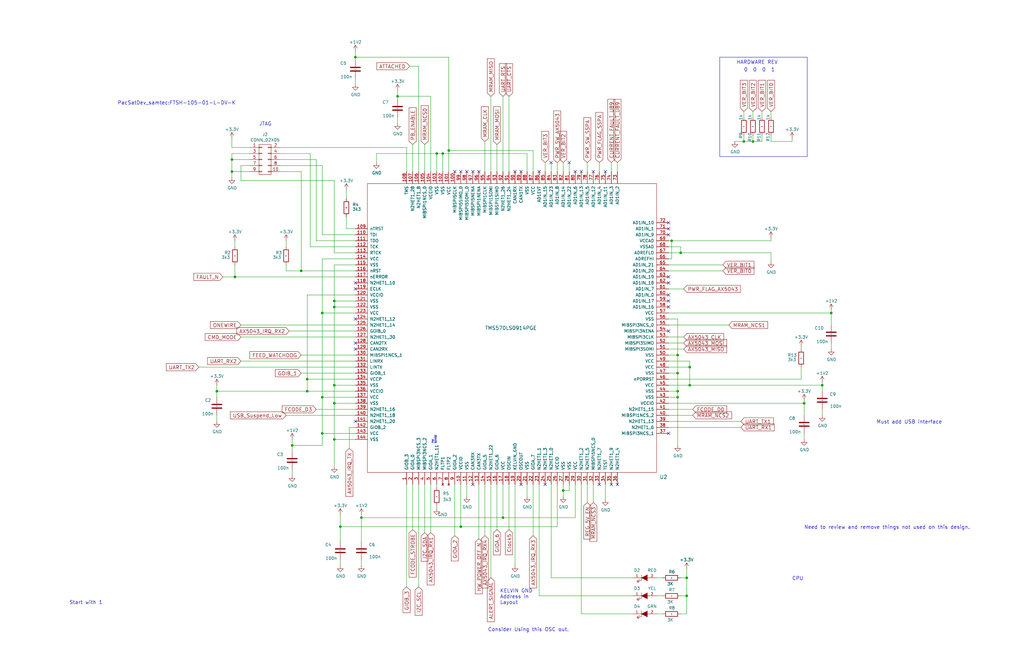
<source format=kicad_sch>
(kicad_sch (version 20230121) (generator eeschema)
  (paper "USLedger")
  (title_block (title "Radiation Tolerant PacSat Communication") (date "2023-06-17") (rev "1.1") (company "AMSAT-NA") (comment 1 "N5BRG"))
  (lib_symbols
    (symbol "Device:C" (pin_numbers hide) (pin_names (offset 0.254))
      (property "Reference" "C" (at 0.635 2.54 0))
      (property "Value" "C" (at 0.635 -2.54 0))
      (symbol "C_1_1"
        (pin passive line (at 0 3.81 270) (length 2.794) (name "~") (number "1"))
        (pin passive line (at 0 -3.81 90) (length 2.794) (name "~") (number "2"))
      )
    )
    (symbol "Device:R" (pin_numbers hide) (pin_names (offset 0))
      (property "Reference" "R" (at 2.032 0 90))
      (property "Value" "R" (at 0 0 90))
      (symbol "R_1_1"
        (pin passive line (at 0 3.81 270) (length 1.27) (name "~") (number "1"))
        (pin passive line (at 0 -3.81 90) (length 1.27) (name "~") (number "2"))
      )
    )
    (symbol "PACSAT_DEV_misc:CONN_02X05" (pin_names (offset 0.0254) hide)
      (property "Reference" "J2" (at 0 10.541 0))
      (property "Value" "CONN_02X05" (at 0 8.2296 0))
      (symbol "CONN_02X05_1_1"
        (pin passive line (at -6.35 5.08 0) (length 3.81) (name "P1") (number "1"))
        (pin passive line (at 6.35 -5.08 180) (length 3.81) (name "P10") (number "10"))
        (pin passive line (at 6.35 5.08 180) (length 3.81) (name "P2") (number "2"))
        (pin passive line (at -6.35 2.54 0) (length 3.81) (name "P3") (number "3"))
        (pin passive line (at 6.35 2.54 180) (length 3.81) (name "P4") (number "4"))
        (pin passive line (at -6.35 0 0) (length 3.81) (name "P5") (number "5"))
        (pin passive line (at 6.35 0 180) (length 3.81) (name "P6") (number "6"))
        (pin passive line (at -6.35 -2.54 0) (length 3.81) (name "P7") (number "7"))
        (pin passive line (at 6.35 -2.54 180) (length 3.81) (name "P8") (number "8"))
        (pin passive line (at -6.35 -5.08 0) (length 3.81) (name "P9") (number "9"))
      )
    )
    (symbol "PACSAT_DEV_misc:LED" (pin_names (offset 1.016) hide)
      (property "Reference" "D2" (at -3.175 3.175 0))
      (property "Value" "RED" (at 3.175 3.175 0))
      (symbol "LED_1_1"
        (pin passive line (at -5.08 0 0) (length 3.81) (name "K") (number "1"))
        (pin passive line (at 5.08 0 180) (length 3.81) (name "A") (number "2"))
      )
    )
    (symbol "PACSAT_ICs:TMS570LS0914PGE" (pin_names (offset 1.016))
      (property "Reference" "U2" (at 62.23 -62.865 0))
      (property "Value" "TMS570LS0914PGE" (at -11.43 0 0))
      (symbol "TMS570LS0914PGE_1_1"
        (pin bidirectional line (at -44.45 -66.04 90) (length 5.08) (name "GIOB_3") (number "1"))
        (pin power_in line (at -21.59 -66.04 90) (length 5.08) (name "VCCIO") (number "10"))
        (pin bidirectional line (at -24.13 66.04 270) (length 5.08) (name "MIBSPI5CLK") (number "100"))
        (pin input line (at -26.67 66.04 270) (length 5.08) (name "VCC") (number "101"))
        (pin input line (at -29.21 66.04 270) (length 5.08) (name "VSS") (number "102"))
        (pin input line (at -31.75 66.04 270) (length 5.08) (name "VSS") (number "103"))
        (pin input line (at -34.29 66.04 270) (length 5.08) (name "VCCIO") (number "104"))
        (pin bidirectional line (at -36.83 66.04 270) (length 5.08) (name "MIBSPI1NCS_0") (number "105"))
        (pin bidirectional line (at -39.37 66.04 270) (length 5.08) (name "N2HET1_8") (number "106"))
        (pin bidirectional line (at -41.91 66.04 270) (length 5.08) (name "N2HET1_28") (number "107"))
        (pin input line (at -44.45 66.04 270) (length 5.08) (name "TMS") (number "108"))
        (pin input line (at -66.04 41.91 0) (length 5.08) (name "nTRST") (number "109"))
        (pin passive line (at -19.05 -66.04 90) (length 5.08) (name "VSS") (number "11"))
        (pin input line (at -66.04 39.37 0) (length 5.08) (name "TDI") (number "110"))
        (pin output line (at -66.04 36.83 0) (length 5.08) (name "TDO") (number "111"))
        (pin input line (at -66.04 34.29 0) (length 5.08) (name "TCK") (number "112"))
        (pin output line (at -66.04 31.75 0) (length 5.08) (name "RTCK") (number "113"))
        (pin input line (at -66.04 29.21 0) (length 5.08) (name "VCC") (number "114"))
        (pin input line (at -66.04 26.67 0) (length 5.08) (name "VSS") (number "115"))
        (pin input line (at -66.04 24.13 0) (length 5.08) (name "nRST") (number "116"))
        (pin open_collector line (at -66.04 21.59 0) (length 5.08) (name "nERROR") (number "117"))
        (pin bidirectional line (at -66.04 19.05 0) (length 5.08) (name "N2HET1_10") (number "118"))
        (pin input line (at -66.04 16.51 0) (length 5.08) (name "ECLK") (number "119"))
        (pin input line (at -16.51 -66.04 90) (length 5.08) (name "CAN3RX") (number "12"))
        (pin input line (at -66.04 13.97 0) (length 5.08) (name "VCCIO") (number "120"))
        (pin input line (at -66.04 11.43 0) (length 5.08) (name "VSS") (number "121"))
        (pin input line (at -66.04 8.89 0) (length 5.08) (name "VSS") (number "122"))
        (pin input line (at -66.04 6.35 0) (length 5.08) (name "VCC") (number "123"))
        (pin bidirectional line (at -66.04 3.81 0) (length 5.08) (name "N2HET1_12") (number "124"))
        (pin bidirectional line (at -66.04 1.27 0) (length 5.08) (name "N2HET1_14") (number "125"))
        (pin bidirectional line (at -66.04 -1.27 0) (length 5.08) (name "GOIB_0") (number "126"))
        (pin bidirectional line (at -66.04 -3.81 0) (length 5.08) (name "N2HET1_30") (number "127"))
        (pin output line (at -66.04 -6.35 0) (length 5.08) (name "CAN2TX") (number "128"))
        (pin input line (at -66.04 -8.89 0) (length 5.08) (name "CAN2RX") (number "129"))
        (pin output line (at -13.97 -66.04 90) (length 5.08) (name "CAN3TX") (number "13"))
        (pin bidirectional line (at -66.04 -11.43 0) (length 5.08) (name "MIBSPI1NCS_1") (number "130"))
        (pin input line (at -66.04 -13.97 0) (length 5.08) (name "LINRX") (number "131"))
        (pin output line (at -66.04 -16.51 0) (length 5.08) (name "LINTX") (number "132"))
        (pin bidirectional line (at -66.04 -19.05 0) (length 5.08) (name "GIOB_1") (number "133"))
        (pin input line (at -66.04 -21.59 0) (length 5.08) (name "VCCP") (number "134"))
        (pin input line (at -66.04 -24.13 0) (length 5.08) (name "VSS") (number "135"))
        (pin input line (at -66.04 -26.67 0) (length 5.08) (name "VCCIO") (number "136"))
        (pin input line (at -66.04 -29.21 0) (length 5.08) (name "VCC") (number "137"))
        (pin input line (at -66.04 -31.75 0) (length 5.08) (name "VSS") (number "138"))
        (pin bidirectional line (at -66.04 -34.29 0) (length 5.08) (name "N2HET1_16") (number "139"))
        (pin bidirectional line (at -11.43 -66.04 90) (length 5.08) (name "GIOA_5") (number "14"))
        (pin bidirectional line (at -66.04 -36.83 0) (length 5.08) (name "N2HET1_18") (number "140"))
        (pin bidirectional line (at -66.04 -39.37 0) (length 5.08) (name "N2HET1_20") (number "141"))
        (pin bidirectional line (at -66.04 -41.91 0) (length 5.08) (name "GIOB_2") (number "142"))
        (pin input line (at -66.04 -44.45 0) (length 5.08) (name "VCC") (number "143"))
        (pin input line (at -66.04 -46.99 0) (length 5.08) (name "VSS") (number "144"))
        (pin bidirectional line (at -8.89 -66.04 90) (length 5.08) (name "N2HET1_22") (number "15"))
        (pin bidirectional line (at -6.35 -66.04 90) (length 5.08) (name "GIOA_6") (number "16"))
        (pin power_in line (at -3.81 -66.04 90) (length 5.08) (name "VCC") (number "17"))
        (pin passive line (at -1.27 -66.04 90) (length 5.08) (name "OSCIN") (number "18"))
        (pin passive line (at 1.27 -66.04 90) (length 5.08) (name "KELVIN_GND") (number "19"))
        (pin bidirectional line (at -41.91 -66.04 90) (length 5.08) (name "GIOA_0") (number "2"))
        (pin passive line (at 3.81 -66.04 90) (length 5.08) (name "OSCOUT") (number "20"))
        (pin passive line (at 6.35 -66.04 90) (length 5.08) (name "VSS") (number "21"))
        (pin bidirectional line (at 8.89 -66.04 90) (length 5.08) (name "GIOA_7") (number "22"))
        (pin bidirectional line (at 11.43 -66.04 90) (length 5.08) (name "N2HET1_1") (number "23"))
        (pin bidirectional line (at 13.97 -66.04 90) (length 5.08) (name "N2HET1_3") (number "24"))
        (pin bidirectional line (at 16.51 -66.04 90) (length 5.08) (name "N2HET1_0") (number "25"))
        (pin power_in line (at 19.05 -66.04 90) (length 5.08) (name "VCCIO") (number "26"))
        (pin passive line (at 21.59 -66.04 90) (length 5.08) (name "VSS") (number "27"))
        (pin passive line (at 24.13 -66.04 90) (length 5.08) (name "VSS") (number "28"))
        (pin power_in line (at 26.67 -66.04 90) (length 5.08) (name "VCC") (number "29"))
        (pin bidirectional line (at -39.37 -66.04 90) (length 5.08) (name "MIBSPI3NCS_3") (number "3"))
        (pin bidirectional line (at 29.21 -66.04 90) (length 5.08) (name "N2HET1_2") (number "30"))
        (pin bidirectional line (at 31.75 -66.04 90) (length 5.08) (name "N2HET1_5") (number "31"))
        (pin bidirectional line (at 34.29 -66.04 90) (length 5.08) (name "MIBSPI5NCS_0") (number "32"))
        (pin bidirectional line (at 36.83 -66.04 90) (length 5.08) (name "N2HET1_7") (number "33"))
        (pin input line (at 39.37 -66.04 90) (length 5.08) (name "TEST") (number "34"))
        (pin bidirectional line (at 41.91 -66.04 90) (length 5.08) (name "N2HET1_9") (number "35"))
        (pin bidirectional line (at 44.45 -66.04 90) (length 5.08) (name "N2HET1_4") (number "36"))
        (pin bidirectional line (at 66.04 -44.45 180) (length 5.08) (name "MIBSPI3NCS_1") (number "37"))
        (pin bidirectional line (at 66.04 -41.91 180) (length 5.08) (name "N2HET1_6") (number "38"))
        (pin bidirectional line (at 66.04 -39.37 180) (length 5.08) (name "N2HET1_13") (number "39"))
        (pin bidirectional line (at -36.83 -66.04 90) (length 5.08) (name "MIBSPI3NCS_2") (number "4"))
        (pin bidirectional line (at 66.04 -36.83 180) (length 5.08) (name "MIBSPI1NCS_2") (number "40"))
        (pin bidirectional line (at 66.04 -34.29 180) (length 5.08) (name "N2HET1_15") (number "41"))
        (pin power_in line (at 66.04 -31.75 180) (length 5.08) (name "VCCIO") (number "42"))
        (pin input line (at 66.04 -29.21 180) (length 5.08) (name "VSS") (number "43"))
        (pin input line (at 66.04 -26.67 180) (length 5.08) (name "VSS") (number "44"))
        (pin input line (at 66.04 -24.13 180) (length 5.08) (name "VCC") (number "45"))
        (pin input line (at 66.04 -21.59 180) (length 5.08) (name "nPORRST") (number "46"))
        (pin input line (at 66.04 -19.05 180) (length 5.08) (name "VSS") (number "47"))
        (pin input line (at 66.04 -16.51 180) (length 5.08) (name "VCC") (number "48"))
        (pin input line (at 66.04 -13.97 180) (length 5.08) (name "VCC") (number "49"))
        (pin bidirectional line (at -34.29 -66.04 90) (length 5.08) (name "GIOA_1") (number "5"))
        (pin input line (at 66.04 -11.43 180) (length 5.08) (name "VSS") (number "50"))
        (pin bidirectional line (at 66.04 -8.89 180) (length 5.08) (name "MIBSPI3SOMI") (number "51"))
        (pin bidirectional line (at 66.04 -6.35 180) (length 5.08) (name "MIBSPI3SIMO") (number "52"))
        (pin bidirectional line (at 66.04 -3.81 180) (length 5.08) (name "MIBSPI3CLK") (number "53"))
        (pin bidirectional line (at 66.04 -1.27 180) (length 5.08) (name "MIBSPI3NENA") (number "54"))
        (pin bidirectional line (at 66.04 1.27 180) (length 5.08) (name "MIBSPI3NCS_0") (number "55"))
        (pin input line (at 66.04 3.81 180) (length 5.08) (name "VSS") (number "56"))
        (pin input line (at 66.04 6.35 180) (length 5.08) (name "VCC") (number "57"))
        (pin bidirectional line (at 66.04 8.89 180) (length 5.08) (name "AD1IN_16") (number "58"))
        (pin bidirectional line (at 66.04 11.43 180) (length 5.08) (name "AD1IN_17") (number "59"))
        (pin bidirectional line (at -31.75 -66.04 90) (length 5.08) (name "N2HET1_11") (number "6"))
        (pin bidirectional line (at 66.04 13.97 180) (length 5.08) (name "AD1IN_0") (number "60"))
        (pin bidirectional line (at 66.04 16.51 180) (length 5.08) (name "AD1IN_7") (number "61"))
        (pin bidirectional line (at 66.04 19.05 180) (length 5.08) (name "AD1IN_18") (number "62"))
        (pin bidirectional line (at 66.04 21.59 180) (length 5.08) (name "AD1IN_19") (number "63"))
        (pin bidirectional line (at 66.04 24.13 180) (length 5.08) (name "AD1IN_20") (number "64"))
        (pin bidirectional line (at 66.04 26.67 180) (length 5.08) (name "AD1IN_21") (number "65"))
        (pin input line (at 66.04 29.21 180) (length 5.08) (name "ADREFHI") (number "66"))
        (pin input line (at 66.04 31.75 180) (length 5.08) (name "ADREFLO") (number "67"))
        (pin input line (at 66.04 34.29 180) (length 5.08) (name "VSSAD") (number "68"))
        (pin input line (at 66.04 36.83 180) (length 5.08) (name "VCCAD") (number "69"))
        (pin no_connect line (at -29.21 -66.04 90) (length 5.08) (name "FLTP1") (number "7"))
        (pin bidirectional line (at 66.04 39.37 180) (length 5.08) (name "AD1IN_9") (number "70"))
        (pin bidirectional line (at 66.04 41.91 180) (length 5.08) (name "AD1IN_1") (number "71"))
        (pin bidirectional line (at 66.04 44.45 180) (length 5.08) (name "AD1IN_10") (number "72"))
        (pin bidirectional line (at 44.45 66.04 270) (length 5.08) (name "AD1IN_2") (number "73"))
        (pin bidirectional line (at 41.91 66.04 270) (length 5.08) (name "AD1IN_3") (number "74"))
        (pin bidirectional line (at 39.37 66.04 270) (length 5.08) (name "AD1IN_11") (number "75"))
        (pin bidirectional line (at 36.83 66.04 270) (length 5.08) (name "AD1IN_4") (number "76"))
        (pin bidirectional line (at 34.29 66.04 270) (length 5.08) (name "AD1IN_12") (number "77"))
        (pin bidirectional line (at 31.75 66.04 270) (length 5.08) (name "AD1IN_5") (number "78"))
        (pin bidirectional line (at 29.21 66.04 270) (length 5.08) (name "AD1IN_13") (number "79"))
        (pin no_connect line (at -26.67 -66.04 90) (length 5.08) (name "FLTP2") (number "8"))
        (pin bidirectional line (at 26.67 66.04 270) (length 5.08) (name "AD1IN_6") (number "80"))
        (pin bidirectional line (at 24.13 66.04 270) (length 5.08) (name "AD1IN_22") (number "81"))
        (pin bidirectional line (at 21.59 66.04 270) (length 5.08) (name "AD1IN_14") (number "82"))
        (pin bidirectional line (at 19.05 66.04 270) (length 5.08) (name "AD1IN_8") (number "83"))
        (pin bidirectional line (at 16.51 66.04 270) (length 5.08) (name "AD1IN_23") (number "84"))
        (pin bidirectional line (at 13.97 66.04 270) (length 5.08) (name "AD1IN_15") (number "85"))
        (pin bidirectional line (at 11.43 66.04 270) (length 5.08) (name "AD1EVT") (number "86"))
        (pin input line (at 8.89 66.04 270) (length 5.08) (name "VCC") (number "87"))
        (pin input line (at 6.35 66.04 270) (length 5.08) (name "VSS") (number "88"))
        (pin output line (at 3.81 66.04 270) (length 5.08) (name "CAN1TX") (number "89"))
        (pin bidirectional line (at -24.13 -66.04 90) (length 5.08) (name "GIOA_2") (number "9"))
        (pin input line (at 1.27 66.04 270) (length 5.08) (name "CAN1RX") (number "90"))
        (pin bidirectional line (at -1.27 66.04 270) (length 5.08) (name "N2HET1_24") (number "91"))
        (pin bidirectional line (at -3.81 66.04 270) (length 5.08) (name "N2HET1_26") (number "92"))
        (pin bidirectional line (at -6.35 66.04 270) (length 5.08) (name "MIBSPI1SIMO") (number "93"))
        (pin bidirectional line (at -8.89 66.04 270) (length 5.08) (name "MIBSPI1SOMI") (number "94"))
        (pin bidirectional line (at -11.43 66.04 270) (length 5.08) (name "MIBSPI1CLK") (number "95"))
        (pin bidirectional line (at -13.97 66.04 270) (length 5.08) (name "MIBSPI1NENA") (number "96"))
        (pin bidirectional line (at -16.51 66.04 270) (length 5.08) (name "MIBSPI5NENA") (number "97"))
        (pin bidirectional line (at -19.05 66.04 270) (length 5.08) (name "MIBSPI5SOMI_0") (number "98"))
        (pin bidirectional line (at -21.59 66.04 270) (length 5.08) (name "MIBSPI5SIMO_0") (number "99"))
      )
    )
    (symbol "power:+1V2" (power) (pin_names (offset 0))
      (property "Value" "+1V2" (at 0 3.556 0))
      (symbol "+1V2_1_1"
        (pin power_in line (at 0 0 90) (length 0) hide (name "+1V2") (number "1"))
      )
    )
    (symbol "power:+3.3V" (power) (pin_names (offset 0))
      (property "Value" "+3.3V" (at 0 3.556 0))
      (symbol "+3.3V_1_1"
        (pin power_in line (at 0 0 90) (length 0) hide (name "+3.3V") (number "1"))
      )
    )
    (symbol "power:GND" (power) (pin_names (offset 0))
      (property "Value" "GND" (at 0 -3.81 0))
      (symbol "GND_1_1"
        (pin power_in line (at 0 0 270) (length 0) hide (name "GND") (number "1"))
      )
    )
  )
  (junction (at 129.54 165.1))
  (junction (at 140.97 170.18))
  (junction (at 194.31 222.25))
  (junction (at 285.75 165.1))
  (junction (at 313.69 59.69))
  (junction (at 140.97 162.56))
  (junction (at 152.4 218.44))
  (junction (at 189.23 63.5))
  (junction (at 285.75 157.48))
  (junction (at 350.52 132.08))
  (junction (at 97.79 67.31))
  (junction (at 143.51 222.25))
  (junction (at 285.75 149.86))
  (junction (at 129.54 160.02))
  (junction (at 287.02 106.68))
  (junction (at 184.15 64.77))
  (junction (at 99.06 116.84))
  (junction (at 290.83 154.94))
  (junction (at 289.56 251.46))
  (junction (at 149.86 24.13))
  (junction (at 289.56 243.84))
  (junction (at 140.97 127))
  (junction (at 212.09 218.44))
  (junction (at 167.64 40.64))
  (junction (at 237.49 207.01))
  (junction (at 135.89 132.08))
  (junction (at 91.44 165.1))
  (junction (at 346.71 162.56))
  (junction (at 135.89 167.64))
  (junction (at 135.89 182.88))
  (junction (at 339.09 170.18))
  (junction (at 140.97 129.54))
  (junction (at 317.5 59.69))
  (junction (at 285.75 167.64))
  (junction (at 127 114.3))
  (junction (at 140.97 185.42))
  (junction (at 186.69 64.77))
  (junction (at 97.79 72.39))
  (junction (at 123.19 187.96))
  (junction (at 283.21 101.6))
  (junction (at 290.83 162.56))
  (no_connect (at 281.94 96.52))
  (no_connect (at 281.94 124.46))
  (no_connect (at 191.77 72.39))
  (no_connect (at 149.86 119.38))
  (no_connect (at 232.41 68.58))
  (no_connect (at 257.81 204.47))
  (no_connect (at 281.94 139.7))
  (no_connect (at 199.39 204.47))
  (no_connect (at 199.39 72.39))
  (no_connect (at 281.94 129.54))
  (no_connect (at 281.94 182.88))
  (no_connect (at 196.85 72.39))
  (no_connect (at 194.31 72.39))
  (no_connect (at 227.33 72.39))
  (no_connect (at 219.71 204.47))
  (no_connect (at 281.94 127))
  (no_connect (at 260.35 204.47))
  (no_connect (at 217.17 72.39))
  (no_connect (at 149.86 144.78))
  (no_connect (at 149.86 177.8))
  (no_connect (at 219.71 72.39))
  (no_connect (at 242.57 72.39))
  (no_connect (at 281.94 119.38))
  (no_connect (at 245.11 72.39))
  (no_connect (at 281.94 99.06))
  (no_connect (at 149.86 147.32))
  (no_connect (at 201.93 72.39))
  (no_connect (at 252.73 204.47))
  (no_connect (at 229.87 204.47))
  (no_connect (at 281.94 116.84))
  (no_connect (at 255.27 72.39))
  (no_connect (at 149.86 121.92))
  (no_connect (at 281.94 93.98))
  (no_connect (at 240.03 68.58))
  (no_connect (at 149.86 134.62))
  (no_connect (at 250.19 72.39))
  (wire (pts (xy 245.11 259.08) (xy 266.7 259.08)))
  (wire (pts (xy 91.44 162.56) (xy 91.44 165.1)))
  (wire (pts (xy 285.75 165.1) (xy 281.94 165.1)))
  (wire (pts (xy 135.89 182.88) (xy 135.89 187.96)))
  (wire (pts (xy 129.54 124.46) (xy 129.54 160.02)))
  (wire (pts (xy 339.09 170.18) (xy 339.09 175.26)))
  (wire (pts (xy 133.35 101.6) (xy 133.35 67.31)))
  (wire (pts (xy 143.51 236.22) (xy 143.51 238.76)))
  (wire (pts (xy 232.41 68.58) (xy 232.41 72.39)))
  (wire (pts (xy 91.44 175.26) (xy 91.44 177.8)))
  (wire (pts (xy 140.97 170.18) (xy 149.86 170.18)))
  (wire (pts (xy 350.52 132.08) (xy 350.52 137.16)))
  (wire (pts (xy 281.94 175.26) (xy 292.1 175.26)))
  (wire (pts (xy 152.4 217.17) (xy 152.4 218.44)))
  (wire (pts (xy 120.65 101.6) (xy 120.65 104.14)))
  (wire (pts (xy 140.97 127) (xy 149.86 127)))
  (wire (pts (xy 101.6 137.16) (xy 149.86 137.16)))
  (wire (pts (xy 285.75 149.86) (xy 285.75 157.48)))
  (wire (pts (xy 194.31 222.25) (xy 234.95 222.25)))
  (wire (pts (xy 149.86 109.22) (xy 135.89 109.22)))
  (wire (pts (xy 143.51 222.25) (xy 143.51 228.6)))
  (wire (pts (xy 127 72.39) (xy 118.11 72.39)))
  (wire (pts (xy 350.52 130.81) (xy 350.52 132.08)))
  (wire (pts (xy 140.97 76.2) (xy 101.6 76.2)))
  (wire (pts (xy 317.5 59.69) (xy 321.31 59.69)))
  (wire (pts (xy 123.19 187.96) (xy 123.19 190.5)))
  (wire (pts (xy 97.79 62.23) (xy 97.79 58.42)))
  (wire (pts (xy 281.94 180.34) (xy 312.42 180.34)))
  (wire (pts (xy 101.6 142.24) (xy 149.86 142.24)))
  (wire (pts (xy 101.6 76.2) (xy 101.6 69.85)))
  (wire (pts (xy 146.05 96.52) (xy 149.86 96.52)))
  (wire (pts (xy 152.4 218.44) (xy 152.4 228.6)))
  (wire (pts (xy 204.47 226.06) (xy 204.47 204.47)))
  (wire (pts (xy 290.83 152.4) (xy 281.94 152.4)))
  (wire (pts (xy 287.02 243.84) (xy 289.56 243.84)))
  (wire (pts (xy 281.94 177.8) (xy 312.42 177.8)))
  (wire (pts (xy 133.35 67.31) (xy 118.11 67.31)))
  (wire (pts (xy 158.75 64.77) (xy 158.75 68.58)))
  (wire (pts (xy 252.73 68.58) (xy 252.73 72.39)))
  (wire (pts (xy 91.44 165.1) (xy 91.44 167.64)))
  (wire (pts (xy 212.09 218.44) (xy 242.57 218.44)))
  (wire (pts (xy 176.53 27.94) (xy 172.72 27.94)))
  (wire (pts (xy 129.54 124.46) (xy 149.86 124.46)))
  (wire (pts (xy 234.95 68.58) (xy 234.95 72.39)))
  (wire (pts (xy 247.65 68.58) (xy 247.65 72.39)))
  (wire (pts (xy 143.51 222.25) (xy 194.31 222.25)))
  (wire (pts (xy 105.41 62.23) (xy 97.79 62.23)))
  (wire (pts (xy 99.06 116.84) (xy 149.86 116.84)))
  (wire (pts (xy 234.95 222.25) (xy 234.95 204.47)))
  (wire (pts (xy 276.86 259.08) (xy 279.4 259.08)))
  (wire (pts (xy 135.89 187.96) (xy 123.19 187.96)))
  (wire (pts (xy 201.93 204.47) (xy 201.93 227.33)))
  (wire (pts (xy 212.09 204.47) (xy 212.09 218.44)))
  (wire (pts (xy 350.52 144.78) (xy 350.52 147.32)))
  (wire (pts (xy 304.8 114.3) (xy 281.94 114.3)))
  (wire (pts (xy 149.86 149.86) (xy 127 149.86)))
  (wire (pts (xy 149.86 152.4) (xy 101.6 152.4)))
  (wire (pts (xy 133.35 172.72) (xy 149.86 172.72)))
  (wire (pts (xy 120.65 175.26) (xy 149.86 175.26)))
  (wire (pts (xy 207.01 72.39) (xy 207.01 40.64)))
  (wire (pts (xy 167.64 49.53) (xy 167.64 52.07)))
  (wire (pts (xy 191.77 204.47) (xy 191.77 226.06)))
  (wire (pts (xy 281.94 134.62) (xy 285.75 134.62)))
  (wire (pts (xy 127 114.3) (xy 127 72.39)))
  (polyline (pts (xy 340.36 24.13) (xy 303.53 24.13)))
  (wire (pts (xy 255.27 204.47) (xy 255.27 210.82)))
  (wire (pts (xy 281.94 121.92) (xy 288.29 121.92)))
  (wire (pts (xy 289.56 259.08) (xy 287.02 259.08)))
  (wire (pts (xy 140.97 111.76) (xy 140.97 127)))
  (wire (pts (xy 209.55 72.39) (xy 209.55 60.96)))
  (wire (pts (xy 240.03 207.01) (xy 240.03 204.47)))
  (wire (pts (xy 334.01 59.69) (xy 334.01 58.42)))
  (wire (pts (xy 129.54 160.02) (xy 129.54 165.1)))
  (wire (pts (xy 222.25 64.77) (xy 222.25 72.39)))
  (wire (pts (xy 337.82 160.02) (xy 281.94 160.02)))
  (wire (pts (xy 337.82 146.05) (xy 337.82 147.32)))
  (wire (pts (xy 346.71 172.72) (xy 346.71 175.26)))
  (wire (pts (xy 149.86 104.14) (xy 130.81 104.14)))
  (polyline (pts (xy 303.53 66.04) (xy 340.36 66.04)))
  (wire (pts (xy 209.55 204.47) (xy 209.55 223.52)))
  (wire (pts (xy 325.12 106.68) (xy 325.12 110.49)))
  (wire (pts (xy 179.07 224.79) (xy 179.07 204.47)))
  (wire (pts (xy 99.06 111.76) (xy 99.06 116.84)))
  (wire (pts (xy 289.56 240.03) (xy 289.56 243.84)))
  (wire (pts (xy 97.79 72.39) (xy 105.41 72.39)))
  (wire (pts (xy 281.94 147.32) (xy 288.29 147.32)))
  (wire (pts (xy 281.94 111.76) (xy 304.8 111.76)))
  (wire (pts (xy 281.94 109.22) (xy 283.21 109.22)))
  (wire (pts (xy 281.94 137.16) (xy 307.34 137.16)))
  (wire (pts (xy 127 157.48) (xy 149.86 157.48)))
  (wire (pts (xy 309.88 59.69) (xy 313.69 59.69)))
  (wire (pts (xy 237.49 68.58) (xy 237.49 72.39)))
  (wire (pts (xy 173.99 60.96) (xy 173.99 72.39)))
  (wire (pts (xy 91.44 165.1) (xy 129.54 165.1)))
  (wire (pts (xy 181.61 204.47) (xy 181.61 224.79)))
  (wire (pts (xy 237.49 207.01) (xy 240.03 207.01)))
  (wire (pts (xy 222.25 204.47) (xy 222.25 209.55)))
  (wire (pts (xy 140.97 185.42) (xy 149.86 185.42)))
  (wire (pts (xy 204.47 72.39) (xy 204.47 59.69)))
  (wire (pts (xy 171.45 72.39) (xy 171.45 62.23)))
  (wire (pts (xy 149.86 132.08) (xy 135.89 132.08)))
  (wire (pts (xy 135.89 132.08) (xy 135.89 167.64)))
  (wire (pts (xy 97.79 64.77) (xy 97.79 67.31)))
  (wire (pts (xy 130.81 104.14) (xy 130.81 64.77)))
  (wire (pts (xy 135.89 109.22) (xy 135.89 132.08)))
  (wire (pts (xy 167.64 38.1) (xy 167.64 40.64)))
  (wire (pts (xy 127 114.3) (xy 149.86 114.3)))
  (wire (pts (xy 121.92 139.7) (xy 149.86 139.7)))
  (wire (pts (xy 227.33 204.47) (xy 227.33 251.46)))
  (wire (pts (xy 149.86 33.02) (xy 149.86 35.56)))
  (wire (pts (xy 290.83 162.56) (xy 346.71 162.56)))
  (wire (pts (xy 152.4 236.22) (xy 152.4 238.76)))
  (wire (pts (xy 283.21 109.22) (xy 283.21 101.6)))
  (wire (pts (xy 99.06 101.6) (xy 99.06 104.14)))
  (wire (pts (xy 140.97 129.54) (xy 149.86 129.54)))
  (wire (pts (xy 130.81 64.77) (xy 118.11 64.77)))
  (wire (pts (xy 212.09 40.64) (xy 212.09 72.39)))
  (wire (pts (xy 281.94 162.56) (xy 290.83 162.56)))
  (wire (pts (xy 194.31 222.25) (xy 194.31 204.47)))
  (wire (pts (xy 158.75 64.77) (xy 184.15 64.77)))
  (wire (pts (xy 184.15 213.36) (xy 184.15 214.63)))
  (wire (pts (xy 140.97 162.56) (xy 140.97 170.18)))
  (wire (pts (xy 135.89 69.85) (xy 118.11 69.85)))
  (wire (pts (xy 189.23 24.13) (xy 189.23 63.5)))
  (wire (pts (xy 140.97 162.56) (xy 149.86 162.56)))
  (wire (pts (xy 290.83 152.4) (xy 290.83 154.94)))
  (wire (pts (xy 229.87 68.58) (xy 229.87 72.39)))
  (wire (pts (xy 97.79 67.31) (xy 97.79 72.39)))
  (wire (pts (xy 346.71 161.29) (xy 346.71 162.56)))
  (wire (pts (xy 325.12 101.6) (xy 325.12 100.33)))
  (wire (pts (xy 149.86 24.13) (xy 149.86 25.4)))
  (wire (pts (xy 285.75 157.48) (xy 281.94 157.48)))
  (wire (pts (xy 242.57 218.44) (xy 242.57 204.47)))
  (polyline (pts (xy 340.36 66.04) (xy 340.36 24.13)))
  (wire (pts (xy 285.75 157.48) (xy 285.75 165.1)))
  (wire (pts (xy 186.69 64.77) (xy 186.69 72.39)))
  (wire (pts (xy 224.79 63.5) (xy 189.23 63.5)))
  (wire (pts (xy 105.41 67.31) (xy 97.79 67.31)))
  (wire (pts (xy 143.51 217.17) (xy 143.51 222.25)))
  (wire (pts (xy 325.12 59.69) (xy 334.01 59.69)))
  (wire (pts (xy 184.15 72.39) (xy 184.15 64.77)))
  (wire (pts (xy 135.89 167.64) (xy 149.86 167.64)))
  (wire (pts (xy 232.41 243.84) (xy 266.7 243.84)))
  (wire (pts (xy 140.97 129.54) (xy 140.97 162.56)))
  (wire (pts (xy 129.54 165.1) (xy 149.86 165.1)))
  (wire (pts (xy 292.1 172.72) (xy 281.94 172.72)))
  (wire (pts (xy 317.5 49.53) (xy 317.5 46.99)))
  (wire (pts (xy 276.86 243.84) (xy 279.4 243.84)))
  (wire (pts (xy 337.82 154.94) (xy 337.82 160.02)))
  (wire (pts (xy 285.75 167.64) (xy 281.94 167.64)))
  (wire (pts (xy 232.41 204.47) (xy 232.41 243.84)))
  (wire (pts (xy 214.63 204.47) (xy 214.63 223.52)))
  (wire (pts (xy 149.86 99.06) (xy 135.89 99.06)))
  (wire (pts (xy 281.94 132.08) (xy 350.52 132.08)))
  (wire (pts (xy 186.69 64.77) (xy 222.25 64.77)))
  (wire (pts (xy 167.64 40.64) (xy 167.64 41.91)))
  (wire (pts (xy 105.41 64.77) (xy 97.79 64.77)))
  (wire (pts (xy 281.94 144.78) (xy 288.29 144.78)))
  (polyline (pts (xy 303.53 24.13) (xy 303.53 66.04)))
  (wire (pts (xy 189.23 63.5) (xy 189.23 72.39)))
  (wire (pts (xy 152.4 218.44) (xy 212.09 218.44)))
  (wire (pts (xy 135.89 167.64) (xy 135.89 182.88)))
  (wire (pts (xy 289.56 243.84) (xy 289.56 251.46)))
  (wire (pts (xy 346.71 162.56) (xy 346.71 165.1)))
  (wire (pts (xy 135.89 182.88) (xy 149.86 182.88)))
  (wire (pts (xy 285.75 167.64) (xy 285.75 187.96)))
  (wire (pts (xy 101.6 69.85) (xy 105.41 69.85)))
  (wire (pts (xy 321.31 59.69) (xy 321.31 57.15)))
  (wire (pts (xy 171.45 62.23) (xy 118.11 62.23)))
  (wire (pts (xy 281.94 142.24) (xy 288.29 142.24)))
  (wire (pts (xy 149.86 111.76) (xy 140.97 111.76)))
  (wire (pts (xy 120.65 114.3) (xy 120.65 111.76)))
  (wire (pts (xy 290.83 154.94) (xy 281.94 154.94)))
  (wire (pts (xy 281.94 104.14) (xy 287.02 104.14)))
  (wire (pts (xy 257.81 68.58) (xy 257.81 72.39)))
  (wire (pts (xy 140.97 106.68) (xy 140.97 76.2)))
  (wire (pts (xy 224.79 72.39) (xy 224.79 63.5)))
  (wire (pts (xy 171.45 247.65) (xy 171.45 204.47)))
  (wire (pts (xy 240.03 68.58) (xy 240.03 72.39)))
  (wire (pts (xy 289.56 251.46) (xy 287.02 251.46)))
  (wire (pts (xy 283.21 101.6) (xy 325.12 101.6)))
  (wire (pts (xy 149.86 160.02) (xy 129.54 160.02)))
  (wire (pts (xy 196.85 204.47) (xy 196.85 209.55)))
  (wire (pts (xy 287.02 106.68) (xy 325.12 106.68)))
  (wire (pts (xy 281.94 101.6) (xy 283.21 101.6)))
  (wire (pts (xy 140.97 170.18) (xy 140.97 185.42)))
  (wire (pts (xy 289.56 251.46) (xy 289.56 259.08)))
  (wire (pts (xy 173.99 223.52) (xy 173.99 204.47)))
  (wire (pts (xy 146.05 91.44) (xy 146.05 96.52)))
  (wire (pts (xy 281.94 170.18) (xy 339.09 170.18)))
  (wire (pts (xy 313.69 46.99) (xy 313.69 49.53)))
  (wire (pts (xy 123.19 185.42) (xy 123.19 187.96)))
  (wire (pts (xy 149.86 106.68) (xy 140.97 106.68)))
  (wire (pts (xy 290.83 154.94) (xy 290.83 162.56)))
  (wire (pts (xy 214.63 40.64) (xy 214.63 72.39)))
  (wire (pts (xy 224.79 226.06) (xy 224.79 204.47)))
  (wire (pts (xy 217.17 204.47) (xy 217.17 238.76)))
  (wire (pts (xy 285.75 165.1) (xy 285.75 167.64)))
  (wire (pts (xy 149.86 24.13) (xy 189.23 24.13)))
  (wire (pts (xy 339.09 182.88) (xy 339.09 185.42)))
  (wire (pts (xy 149.86 180.34) (xy 147.32 180.34)))
  (wire (pts (xy 276.86 251.46) (xy 279.4 251.46)))
  (wire (pts (xy 313.69 59.69) (xy 317.5 59.69)))
  (wire (pts (xy 147.32 180.34) (xy 147.32 189.23)))
  (wire (pts (xy 184.15 204.47) (xy 184.15 205.74)))
  (wire (pts (xy 237.49 204.47) (xy 237.49 207.01)))
  (wire (pts (xy 227.33 251.46) (xy 266.7 251.46)))
  (wire (pts (xy 181.61 40.64) (xy 181.61 72.39)))
  (wire (pts (xy 184.15 64.77) (xy 186.69 64.77)))
  (wire (pts (xy 167.64 40.64) (xy 181.61 40.64)))
  (wire (pts (xy 339.09 168.91) (xy 339.09 170.18)))
  (wire (pts (xy 281.94 106.68) (xy 287.02 106.68)))
  (wire (pts (xy 313.69 59.69) (xy 313.69 57.15)))
  (wire (pts (xy 176.53 27.94) (xy 176.53 72.39)))
  (wire (pts (xy 250.19 204.47) (xy 250.19 212.09)))
  (wire (pts (xy 237.49 207.01) (xy 237.49 209.55)))
  (wire (pts (xy 97.79 72.39) (xy 97.79 74.93)))
  (wire (pts (xy 245.11 204.47) (xy 245.11 259.08)))
  (wire (pts (xy 149.86 154.94) (xy 83.82 154.94)))
  (wire (pts (xy 287.02 104.14) (xy 287.02 106.68)))
  (wire (pts (xy 135.89 99.06) (xy 135.89 69.85)))
  (wire (pts (xy 123.19 198.12) (xy 123.19 200.66)))
  (wire (pts (xy 321.31 49.53) (xy 321.31 46.99)))
  (wire (pts (xy 146.05 80.01) (xy 146.05 83.82)))
  (wire (pts (xy 260.35 68.58) (xy 260.35 72.39)))
  (wire (pts (xy 149.86 101.6) (xy 133.35 101.6)))
  (wire (pts (xy 179.07 72.39) (xy 179.07 60.96)))
  (wire (pts (xy 207.01 243.84) (xy 207.01 204.47)))
  (wire (pts (xy 325.12 59.69) (xy 325.12 57.15)))
  (wire (pts (xy 140.97 185.42) (xy 140.97 196.85)))
  (wire (pts (xy 140.97 127) (xy 140.97 129.54)))
  (wire (pts (xy 285.75 134.62) (xy 285.75 149.86)))
  (wire (pts (xy 247.65 204.47) (xy 247.65 212.09)))
  (wire (pts (xy 93.98 116.84) (xy 99.06 116.84)))
  (wire (pts (xy 176.53 204.47) (xy 176.53 247.65)))
  (wire (pts (xy 325.12 49.53) (xy 325.12 46.99)))
  (wire (pts (xy 120.65 114.3) (xy 127 114.3)))
  (wire (pts (xy 317.5 57.15) (xy 317.5 59.69)))
  (wire (pts (xy 281.94 149.86) (xy 285.75 149.86)))
  (wire (pts (xy 149.86 21.59) (xy 149.86 24.13)))
  (text "CPU" (at 334.01 245.11 0) (effects (font (size 1.524 1.524)) (justify left bottom)))
  (text "PacSatDev_samtec:FTSH-105-01-L-DV-K" (at 49.53 44.45 0) (effects (font (size 1.524 1.524)) (justify left bottom)))
  (text "0" (at 321.31 30.48 0) (effects (font (size 1.524 1.524)) (justify left bottom)))
  (text "0" (at 313.69 30.48 0) (effects (font (size 1.524 1.524)) (justify left bottom)))
  (text "Consider Using this OSC out." (at 205.74 266.7 0) (effects (font (size 1.524 1.524)) (justify left bottom)))
  (text "JTAG" (at 109.22 53.34 0) (effects (font (size 1.524 1.524)) (justify left bottom)))
  (text "Need to review and remove things not used on this design." (at 339.09 223.52 0) (effects (font (size 1.524 1.524)) (justify left bottom)))
  (text "Must add USB interface" (at 369.57 179.07 0) (effects (font (size 1.524 1.524)) (justify left bottom)))
  (text "HARDWARE REV" (at 310.515 27.305 0) (effects (font (size 1.524 1.524)) (justify left bottom)))
  (text "Start with 1" (at 29.21 255.27 0) (effects (font (size 1.524 1.524)) (justify left bottom)))
  (text "HW\nSENSE" (at 184.15 187.325 90) (effects (font (size 0.762 0.762)) (justify left bottom)))
  (text "1" (at 325.12 30.48 0) (effects (font (size 1.524 1.524)) (justify left bottom)))
  (text "0" (at 317.5 30.48 0) (effects (font (size 1.524 1.524)) (justify left bottom)))
  (text "KELVIN GND\nAddress in\nLayout" (at 210.82 255.27 0) (effects (font (size 1.524 1.524)) (justify left bottom)))
  (global_label "FCODE_STROBE" (shape input) (at 173.99 223.52 270) (effects (font (size 1.524 1.524))) (property "Intersheetrefs" "${INTERSHEET_REFS}" (effects hide)))
  (global_label "VER_BIT2" (shape input) (at 237.49 68.58 90) (effects (font (size 1.524 1.524))) (property "Intersheetrefs" "${INTERSHEET_REFS}" (effects hide)))
  (global_label "UART_RX2" (shape input) (at 101.6 152.4 180) (effects (font (size 1.524 1.524))) (property "Intersheetrefs" "${INTERSHEET_REFS}" (effects hide)))
  (global_label "AX5043_IRQ_RX2" (shape input) (at 121.92 139.7 180) (effects (font (size 1.524 1.524))) (property "Intersheetrefs" "${INTERSHEET_REFS}" (effects hide)))
  (global_label "CMD_MODE" (shape input) (at 101.6 142.24 180) (effects (font (size 1.524 1.524))) (property "Intersheetrefs" "${INTERSHEET_REFS}" (effects hide)))
  (global_label "VER_BIT1" (shape input) (at 304.8 111.76 0) (effects (font (size 1.524 1.524))) (property "Intersheetrefs" "${INTERSHEET_REFS}" (effects hide)))
  (global_label "MRAM_NCS0" (shape input) (at 179.07 60.96 90) (effects (font (size 1.524 1.524))) (property "Intersheetrefs" "${INTERSHEET_REFS}" (effects hide)))
  (global_label "MRAM_MISO" (shape input) (at 207.01 40.64 90) (effects (font (size 1.524 1.524))) (property "Intersheetrefs" "${INTERSHEET_REFS}" (effects hide)))
  (global_label "VER_BIT0" (shape input) (at 304.8 114.3 0) (effects (font (size 1.524 1.524))) (property "Intersheetrefs" "${INTERSHEET_REFS}" (effects hide)))
  (global_label "ONEWIRE" (shape input) (at 101.6 137.16 180) (effects (font (size 1.524 1.524))) (property "Intersheetrefs" "${INTERSHEET_REFS}" (effects hide)))
  (global_label "UART_TX2" (shape input) (at 83.82 154.94 180) (effects (font (size 1.524 1.524))) (property "Intersheetrefs" "${INTERSHEET_REFS}" (effects hide)))
  (global_label "AX5043_IRQ_RX1" (shape input) (at 181.61 224.79 270) (effects (font (size 1.524 1.524))) (property "Intersheetrefs" "${INTERSHEET_REFS}" (effects hide)))
  (global_label "GIOA_6" (shape input) (at 209.55 223.52 270) (effects (font (size 1.524 1.524))) (property "Intersheetrefs" "${INTERSHEET_REFS}" (effects hide)))
  (global_label "PWR_FLAG_AX5043" (shape input) (at 288.29 121.92 0) (effects (font (size 1.524 1.524))) (property "Intersheetrefs" "${INTERSHEET_REFS}" (effects hide)))
  (global_label "PWR_SW_SSPA" (shape input) (at 247.65 68.58 90) (effects (font (size 1.524 1.524))) (property "Intersheetrefs" "${INTERSHEET_REFS}" (effects hide)))
  (global_label "AX5043_IRQ_RX4" (shape input) (at 204.47 226.06 270) (effects (font (size 1.524 1.524))) (property "Intersheetrefs" "${INTERSHEET_REFS}" (effects hide)))
  (global_label "FEED_WATCHDOG" (shape input) (at 127 149.86 180) (effects (font (size 1.524 1.524))) (property "Intersheetrefs" "${INTERSHEET_REFS}" (effects hide)))
  (global_label "ALERT_SIGNAL" (shape input) (at 207.01 243.84 270) (effects (font (size 1.524 1.524))) (property "Intersheetrefs" "${INTERSHEET_REFS}" (effects hide)))
  (global_label "AX5043_IRQ_TX" (shape input) (at 147.32 189.23 270) (effects (font (size 1.524 1.524))) (property "Intersheetrefs" "${INTERSHEET_REFS}" (effects hide)))
  (global_label "FAULT_N" (shape input) (at 93.98 116.84 180) (effects (font (size 1.524 1.524))) (property "Intersheetrefs" "${INTERSHEET_REFS}" (effects hide)))
  (global_label "USB_Suspend_Low" (shape input) (at 120.65 175.26 180) (effects (font (size 1.524 1.524))) (property "Intersheetrefs" "${INTERSHEET_REFS}" (effects hide)))
  (global_label "UART_TX1" (shape input) (at 312.42 177.8 0) (effects (font (size 1.524 1.524))) (property "Intersheetrefs" "${INTERSHEET_REFS}" (effects hide)))
  (global_label "CURRENT_FAULT_U89" (shape input) (at 260.35 68.58 90) (effects (font (size 1.524 1.524))) (property "Intersheetrefs" "${INTERSHEET_REFS}" (effects hide)))
  (global_label "MRAM_NCS2" (shape input) (at 292.1 175.26 0) (effects (font (size 1.524 1.524))) (property "Intersheetrefs" "${INTERSHEET_REFS}" (effects hide)))
  (global_label "MRAM_CLK" (shape input) (at 204.47 59.69 90) (effects (font (size 1.524 1.524))) (property "Intersheetrefs" "${INTERSHEET_REFS}" (effects hide)))
  (global_label "MRAM_NCS3" (shape input) (at 250.19 212.09 270) (effects (font (size 1.524 1.524))) (property "Intersheetrefs" "${INTERSHEET_REFS}" (effects hide)))
  (global_label "AX5043_IRQ_RX3" (shape input) (at 224.79 226.06 270) (effects (font (size 1.524 1.524))) (property "Intersheetrefs" "${INTERSHEET_REFS}" (effects hide)))
  (global_label "GOIB_1" (shape input) (at 127 157.48 180) (effects (font (size 1.524 1.524))) (property "Intersheetrefs" "${INTERSHEET_REFS}" (effects hide)))
  (global_label "PWR_FLAG_SSPA" (shape input) (at 252.73 68.58 90) (effects (font (size 1.524 1.524))) (property "Intersheetrefs" "${INTERSHEET_REFS}" (effects hide)))
  (global_label "I2C_SDA" (shape input) (at 179.07 224.79 270) (effects (font (size 1.524 1.524))) (property "Intersheetrefs" "${INTERSHEET_REFS}" (effects hide)))
  (global_label "MRAM_MOSI" (shape input) (at 209.55 60.96 90) (effects (font (size 1.524 1.524))) (property "Intersheetrefs" "${INTERSHEET_REFS}" (effects hide)))
  (global_label "GIOA_2" (shape input) (at 191.77 226.06 270) (effects (font (size 1.524 1.524))) (property "Intersheetrefs" "${INTERSHEET_REFS}" (effects hide)))
  (global_label "GIOB_3" (shape input) (at 171.45 247.65 270) (effects (font (size 1.524 1.524))) (property "Intersheetrefs" "${INTERSHEET_REFS}" (effects hide)))
  (global_label "PB_ENABLE" (shape input) (at 173.99 60.96 90) (effects (font (size 1.524 1.524))) (property "Intersheetrefs" "${INTERSHEET_REFS}" (effects hide)))
  (global_label "VER_BIT3" (shape input) (at 313.69 46.99 90) (effects (font (size 1.524 1.524))) (property "Intersheetrefs" "${INTERSHEET_REFS}" (effects hide)))
  (global_label "UART_RX1" (shape input) (at 312.42 180.34 0) (effects (font (size 1.524 1.524))) (property "Intersheetrefs" "${INTERSHEET_REFS}" (effects hide)))
  (global_label "FCODE_D0" (shape input) (at 292.1 172.72 0) (effects (font (size 1.524 1.524))) (property "Intersheetrefs" "${INTERSHEET_REFS}" (effects hide)))
  (global_label "AX5043_CLK" (shape input) (at 288.29 142.24 0) (effects (font (size 1.524 1.524))) (property "Intersheetrefs" "${INTERSHEET_REFS}" (effects hide)))
  (global_label "VER_BIT3" (shape input) (at 229.87 68.58 90) (effects (font (size 1.524 1.524))) (property "Intersheetrefs" "${INTERSHEET_REFS}" (effects hide)))
  (global_label "ATTACHED" (shape input) (at 172.72 27.94 180) (effects (font (size 1.524 1.524))) (property "Intersheetrefs" "${INTERSHEET_REFS}" (effects hide)))
  (global_label "AX5043_MISO" (shape input) (at 288.29 147.32 0) (effects (font (size 1.524 1.524))) (property "Intersheetrefs" "${INTERSHEET_REFS}" (effects hide)))
  (global_label "MRAM_NCS1" (shape input) (at 307.34 137.16 0) (effects (font (size 1.524 1.524))) (property "Intersheetrefs" "${INTERSHEET_REFS}" (effects hide)))
  (global_label "UART_RTS" (shape input) (at 212.09 40.64 90) (effects (font (size 1.524 1.524))) (property "Intersheetrefs" "${INTERSHEET_REFS}" (effects hide)))
  (global_label "UART_CTS" (shape input) (at 214.63 40.64 90) (effects (font (size 1.524 1.524))) (property "Intersheetrefs" "${INTERSHEET_REFS}" (effects hide)))
  (global_label "CURRENT_FAULT_U89" (shape input) (at 257.81 68.58 90) (effects (font (size 1.524 1.524))) (property "Intersheetrefs" "${INTERSHEET_REFS}" (effects hide)))
  (global_label "VER_BIT1" (shape input) (at 321.31 46.99 90) (effects (font (size 1.524 1.524))) (property "Intersheetrefs" "${INTERSHEET_REFS}" (effects hide)))
  (global_label "HW_POWER_OFF_N" (shape input) (at 201.93 227.33 270) (effects (font (size 1.524 1.524))) (property "Intersheetrefs" "${INTERSHEET_REFS}" (effects hide)))
  (global_label "Clock5" (shape input) (at 214.63 223.52 270) (effects (font (size 1.524 1.524))) (property "Intersheetrefs" "${INTERSHEET_REFS}" (effects hide)))
  (global_label "PWR_SW_AX5043" (shape input) (at 234.95 68.58 90) (effects (font (size 1.524 1.524))) (property "Intersheetrefs" "${INTERSHEET_REFS}" (effects hide)))
  (global_label "FCODE_D3" (shape input) (at 133.35 172.72 180) (effects (font (size 1.524 1.524))) (property "Intersheetrefs" "${INTERSHEET_REFS}" (effects hide)))
  (global_label "AX5043_MOSI" (shape input) (at 288.29 144.78 0) (effects (font (size 1.524 1.524))) (property "Intersheetrefs" "${INTERSHEET_REFS}" (effects hide)))
  (global_label "VER_BIT2" (shape input) (at 317.5 46.99 90) (effects (font (size 1.524 1.524))) (property "Intersheetrefs" "${INTERSHEET_REFS}" (effects hide)))
  (global_label "REG_5V_EN" (shape input) (at 247.65 212.09 270) (effects (font (size 1.524 1.524))) (property "Intersheetrefs" "${INTERSHEET_REFS}" (effects hide)))
  (global_label "VER_BIT0" (shape input) (at 325.12 46.99 90) (effects (font (size 1.524 1.524))) (property "Intersheetrefs" "${INTERSHEET_REFS}" (effects hide)))
  (global_label "I2C_SCL" (shape input) (at 176.53 247.65 270) (effects (font (size 1.524 1.524))) (property "Intersheetrefs" "${INTERSHEET_REFS}" (effects hide)))
  (symbol (lib_id "PACSAT_ICs:TMS570LS0914PGE") (at 215.9 138.43 0) (unit 1)
    (property "Reference" "U2" (at 278.13 201.295 0) (effects (font (size 1.524 1.524)) (justify left)))
    (property "Value" "TMS570LS0914PGE" (at 204.47 138.43 0) (effects (font (size 1.524 1.524)) (justify left)))
    (property "Footprint" "PacSatDev_ti:TQFP-144_20x20mm_Pitch0.5mm" (effects hide))
  )
  (symbol (lib_id "power:GND") (at 196.85 209.55 0) (unit 1)
    (property "Reference" "#PWR023" (effects hide))
    (property "Value" "GND" (at 196.977 213.9442 0))
  )
  (symbol (lib_id "power:GND") (at 285.75 187.96 0) (unit 1)
    (property "Reference" "#PWR027" (effects hide))
    (property "Value" "GND" (at 285.877 192.3542 0))
  )
  (symbol (lib_id "Device:R") (at 120.65 107.95 0) (unit 1)
    (property "Reference" "R3" (at 116.205 106.68 0) (effects (justify left)))
    (property "Value" "3k3" (at 114.935 108.585 0) (effects (justify left)))
    (property "Footprint" "Resistor_SMD:R_0603_1608Metric_Pad0.98x0.95mm_HandSolder" (effects hide))
    (property "Datasheet" "~" (at 120.65 107.95 0))
  )
  (symbol (lib_id "power:GND") (at 140.97 196.85 0) (unit 1)
    (property "Reference" "#PWR011" (effects hide))
    (property "Value" "GND" (at 141.097 201.2442 0))
  )
  (symbol (lib_id "power:GND") (at 222.25 209.55 0) (unit 1)
    (property "Reference" "#PWR024" (effects hide))
    (property "Value" "GND" (at 222.377 213.9442 0))
  )
  (symbol (lib_id "power:GND") (at 237.49 209.55 0) (unit 1)
    (property "Reference" "#PWR025" (effects hide))
    (property "Value" "GND" (at 237.617 213.9442 0))
  )
  (symbol (lib_id "power:GND") (at 158.75 68.58 0) (unit 1)
    (property "Reference" "#PWR019" (effects hide))
    (property "Value" "GND" (at 158.877 72.9742 0))
  )
  (symbol (lib_id "Device:C") (at 346.71 168.91 0) (unit 1)
    (property "Reference" "C9" (at 351.155 166.37 0))
    (property "Value" "100n" (at 352.425 171.45 0))
    (property "Footprint" "Capacitor_SMD:C_0603_1608Metric_Pad1.08x0.95mm_HandSolder" (effects hide))
    (property "Datasheet" "~" (at 346.71 168.91 0))
  )
  (symbol (lib_id "power:GND") (at 346.71 175.26 0) (unit 1)
    (property "Reference" "#PWR049" (effects hide))
    (property "Value" "GND" (at 346.837 179.6542 0))
  )
  (symbol (lib_id "Device:C") (at 167.64 45.72 0) (unit 1)
    (property "Reference" "C7" (at 162.56 43.18 0))
    (property "Value" "100n" (at 163.83 48.895 0))
    (property "Footprint" "Capacitor_SMD:C_0603_1608Metric_Pad1.08x0.95mm_HandSolder" (effects hide))
    (property "Datasheet" "~" (at 167.64 45.72 0))
  )
  (symbol (lib_id "power:GND") (at 167.64 52.07 0) (unit 1)
    (property "Reference" "#PWR021" (effects hide))
    (property "Value" "GND" (at 167.767 56.4642 0))
  )
  (symbol (lib_id "Device:C") (at 339.09 179.07 0) (unit 1)
    (property "Reference" "C8" (at 334.01 176.53 0))
    (property "Value" "100n" (at 335.28 182.245 0))
    (property "Footprint" "Capacitor_SMD:C_0603_1608Metric_Pad1.08x0.95mm_HandSolder" (effects hide))
    (property "Datasheet" "~" (at 339.09 179.07 0))
  )
  (symbol (lib_id "power:GND") (at 339.09 185.42 0) (unit 1)
    (property "Reference" "#PWR041" (effects hide))
    (property "Value" "GND" (at 339.217 189.8142 0))
  )
  (symbol (lib_id "Device:C") (at 350.52 140.97 0) (unit 1)
    (property "Reference" "C10" (at 345.44 138.43 0))
    (property "Value" "100n" (at 346.71 144.145 0))
    (property "Footprint" "Capacitor_SMD:C_0603_1608Metric_Pad1.08x0.95mm_HandSolder" (effects hide))
    (property "Datasheet" "~" (at 350.52 140.97 0))
  )
  (symbol (lib_id "power:GND") (at 350.52 147.32 0) (unit 1)
    (property "Reference" "#PWR064" (effects hide))
    (property "Value" "GND" (at 350.647 151.7142 0))
  )
  (symbol (lib_id "Device:C") (at 149.86 29.21 0) (unit 1)
    (property "Reference" "C5" (at 144.78 26.67 0))
    (property "Value" "100n" (at 146.05 32.385 0))
    (property "Footprint" "Capacitor_SMD:C_0603_1608Metric_Pad1.08x0.95mm_HandSolder" (effects hide))
    (property "Datasheet" "~" (at 149.86 29.21 0))
  )
  (symbol (lib_id "power:GND") (at 149.86 35.56 0) (unit 1)
    (property "Reference" "#PWR016" (effects hide))
    (property "Value" "GND" (at 149.987 39.9542 0))
  )
  (symbol (lib_id "Device:C") (at 152.4 232.41 0) (unit 1)
    (property "Reference" "C6" (at 156.845 229.87 0))
    (property "Value" "100n" (at 158.115 234.95 0))
    (property "Footprint" "Capacitor_SMD:C_0603_1608Metric_Pad1.08x0.95mm_HandSolder" (effects hide))
    (property "Datasheet" "~" (at 152.4 232.41 0))
  )
  (symbol (lib_id "power:GND") (at 152.4 238.76 0) (unit 1)
    (property "Reference" "#PWR018" (effects hide))
    (property "Value" "GND" (at 152.527 243.1542 0))
  )
  (symbol (lib_id "Device:C") (at 143.51 232.41 0) (unit 1)
    (property "Reference" "C4" (at 138.43 229.87 0))
    (property "Value" "100n" (at 139.7 235.585 0))
    (property "Footprint" "Capacitor_SMD:C_0603_1608Metric_Pad1.08x0.95mm_HandSolder" (effects hide))
    (property "Datasheet" "~" (at 143.51 232.41 0))
  )
  (symbol (lib_id "power:GND") (at 143.51 238.76 0) (unit 1)
    (property "Reference" "#PWR013" (effects hide))
    (property "Value" "GND" (at 143.637 243.1542 0))
  )
  (symbol (lib_id "Device:C") (at 123.19 194.31 0) (unit 1)
    (property "Reference" "C3" (at 118.11 191.77 0))
    (property "Value" "100n" (at 119.38 197.485 0))
    (property "Footprint" "Capacitor_SMD:C_0603_1608Metric_Pad1.08x0.95mm_HandSolder" (effects hide))
    (property "Datasheet" "~" (at 123.19 194.31 0))
  )
  (symbol (lib_id "power:GND") (at 123.19 200.66 0) (unit 1)
    (property "Reference" "#PWR010" (effects hide))
    (property "Value" "GND" (at 123.317 205.0542 0))
  )
  (symbol (lib_id "Device:C") (at 91.44 171.45 0) (unit 1)
    (property "Reference" "C2" (at 86.36 168.91 0) (effects (justify left)))
    (property "Value" "100n" (at 87.63 174.625 0))
    (property "Footprint" "Capacitor_SMD:C_0603_1608Metric_Pad1.08x0.95mm_HandSolder" (effects hide))
    (property "Datasheet" "~" (at 91.44 171.45 0))
  )
  (symbol (lib_id "power:GND") (at 91.44 177.8 0) (unit 1)
    (property "Reference" "#PWR03" (effects hide))
    (property "Value" "GND" (at 91.567 182.1942 0))
  )
  (symbol (lib_id "PACSAT_DEV_misc:CONN_02X05") (at 111.76 67.31 0) (unit 1)
    (property "Reference" "J2" (at 111.76 56.769 0))
    (property "Value" "CONN_02X05" (at 111.76 59.0804 0))
    (property "Footprint" "PacSatDev_samtec:FTSH-105-01-L-DV-K" (effects hide))
  )
  (symbol (lib_id "power:GND") (at 97.79 74.93 0) (unit 1)
    (property "Reference" "#PWR05" (effects hide))
    (property "Value" "GND" (at 97.917 79.3242 0))
  )
  (symbol (lib_id "Device:R") (at 146.05 87.63 0) (unit 1)
    (property "Reference" "R4" (at 148.59 86.36 0) (effects (justify left)))
    (property "Value" "3k3" (at 148.59 88.265 0) (effects (justify left)))
    (property "Footprint" "Resistor_SMD:R_0603_1608Metric_Pad0.98x0.95mm_HandSolder" (effects hide))
    (property "Datasheet" "~" (at 146.05 87.63 0))
  )
  (symbol (lib_id "Device:R") (at 99.06 107.95 0) (unit 1)
    (property "Reference" "R2" (at 94.615 106.68 0) (effects (justify left)))
    (property "Value" "3k3" (at 93.345 108.585 0) (effects (justify left)))
    (property "Footprint" "Resistor_SMD:R_0603_1608Metric_Pad0.98x0.95mm_HandSolder" (effects hide))
    (property "Datasheet" "~" (at 99.06 107.95 0))
  )
  (symbol (lib_id "power:GND") (at 255.27 210.82 0) (unit 1)
    (property "Reference" "#PWR026" (effects hide))
    (property "Value" "GND" (at 255.397 215.2142 0))
  )
  (symbol (lib_id "power:GND") (at 325.12 110.49 0) (unit 1)
    (property "Reference" "#PWR031" (effects hide))
    (property "Value" "GND" (at 325.247 114.8842 0))
  )
  (symbol (lib_id "PACSAT_DEV_misc:LED") (at 271.78 243.84 0) (unit 1)
    (property "Reference" "D2" (at 268.605 240.665 0))
    (property "Value" "RED" (at 274.955 240.665 0))
    (property "Footprint" "LED_SMD:LED_0603_1608Metric_Pad1.05x0.95mm_HandSolder" (effects hide))
  )
  (symbol (lib_id "PACSAT_DEV_misc:LED") (at 271.78 251.46 0) (unit 1)
    (property "Reference" "D3" (at 268.605 248.285 0))
    (property "Value" "YEL" (at 274.955 248.285 0))
    (property "Footprint" "LED_SMD:LED_0603_1608Metric_Pad1.05x0.95mm_HandSolder" (effects hide))
  )
  (symbol (lib_id "PACSAT_DEV_misc:LED") (at 271.78 259.08 0) (unit 1)
    (property "Reference" "D4" (at 268.605 255.905 0))
    (property "Value" "GRN" (at 274.955 255.905 0))
    (property "Footprint" "LED_SMD:LED_0603_1608Metric_Pad1.05x0.95mm_HandSolder" (effects hide))
  )
  (symbol (lib_id "Device:R") (at 283.21 243.84 270) (unit 1)
    (property "Reference" "R6" (at 281.94 241.3 90) (effects (justify left)))
    (property "Value" "3K" (at 281.305 246.38 90) (effects (justify left)))
    (property "Footprint" "Resistor_SMD:R_0603_1608Metric_Pad0.98x0.95mm_HandSolder" (effects hide))
    (property "Datasheet" "~" (at 283.21 243.84 0))
  )
  (symbol (lib_id "Device:R") (at 283.21 251.46 270) (unit 1)
    (property "Reference" "R7" (at 281.94 248.92 90) (effects (justify left)))
    (property "Value" "3K" (at 281.305 254 90) (effects (justify left)))
    (property "Footprint" "Resistor_SMD:R_0603_1608Metric_Pad0.98x0.95mm_HandSolder" (effects hide))
    (property "Datasheet" "~" (at 283.21 251.46 0))
  )
  (symbol (lib_id "Device:R") (at 283.21 259.08 270) (unit 1)
    (property "Reference" "R8" (at 281.94 256.54 90) (effects (justify left)))
    (property "Value" "3K" (at 281.305 261.62 90) (effects (justify left)))
    (property "Footprint" "Resistor_SMD:R_0603_1608Metric_Pad0.98x0.95mm_HandSolder" (effects hide))
    (property "Datasheet" "~" (at 283.21 259.08 0))
  )
  (symbol (lib_id "Device:R") (at 337.82 151.13 0) (unit 1)
    (property "Reference" "R13" (at 332.105 149.86 0) (effects (justify left)))
    (property "Value" "3k3" (at 332.105 151.765 0) (effects (justify left)))
    (property "Footprint" "Resistor_SMD:R_0603_1608Metric_Pad0.98x0.95mm_HandSolder" (effects hide))
    (property "Datasheet" "~" (at 337.82 151.13 0))
  )
  (symbol (lib_id "power:GND") (at 184.15 214.63 0) (unit 1)
    (property "Reference" "#PWR022" (effects hide))
    (property "Value" "GND" (at 186.69 217.17 0))
  )
  (symbol (lib_id "power:GND") (at 309.88 59.69 0) (unit 1)
    (property "Reference" "#PWR029" (effects hide))
    (property "Value" "GND" (at 310.007 64.0842 0))
  )
  (symbol (lib_id "Device:R") (at 313.69 53.34 180) (unit 1)
    (property "Reference" "R9" (at 312.42 55.88 90) (effects (justify left)))
    (property "Value" "1k" (at 312.42 48.26 90) (effects (justify left)))
    (property "Footprint" "Resistor_SMD:R_0603_1608Metric_Pad0.98x0.95mm_HandSolder" (effects hide))
    (property "Datasheet" "~" (at 313.69 53.34 0))
  )
  (symbol (lib_id "Device:R") (at 317.5 53.34 180) (unit 1)
    (property "Reference" "R10" (at 316.23 55.88 90) (effects (justify left)))
    (property "Value" "1k" (at 316.23 48.26 90) (effects (justify left)))
    (property "Footprint" "Resistor_SMD:R_0603_1608Metric_Pad0.98x0.95mm_HandSolder" (effects hide))
    (property "Datasheet" "~" (at 317.5 53.34 0))
  )
  (symbol (lib_id "Device:R") (at 321.31 53.34 180) (unit 1)
    (property "Reference" "R11" (at 320.04 55.88 90) (effects (justify left)))
    (property "Value" "1k" (at 320.04 48.26 90) (effects (justify left)))
    (property "Footprint" "Resistor_SMD:R_0603_1608Metric_Pad0.98x0.95mm_HandSolder" (effects hide))
    (property "Datasheet" "~" (at 321.31 53.34 0))
  )
  (symbol (lib_id "Device:R") (at 325.12 53.34 180) (unit 1)
    (property "Reference" "R12" (at 323.85 55.88 90) (effects (justify left)))
    (property "Value" "1k" (at 323.85 48.26 90) (effects (justify left)))
    (property "Footprint" "Resistor_SMD:R_0603_1608Metric_Pad0.98x0.95mm_HandSolder" (effects hide))
    (property "Datasheet" "~" (at 325.12 53.34 0))
  )
  (symbol (lib_id "power:+3.3V") (at 97.79 58.42 0) (unit 1)
    (property "Reference" "#PWR04" (effects hide))
    (property "Value" "+3.3V" (at 97.79 54.61 0))
  )
  (symbol (lib_id "power:+3.3V") (at 289.56 240.03 0) (unit 1)
    (property "Reference" "#PWR028" (effects hide))
    (property "Value" "+3.3V" (at 289.56 236.22 0))
  )
  (symbol (lib_id "power:+1V2") (at 346.71 161.29 0) (unit 1)
    (property "Reference" "#PWR048" (effects hide))
    (property "Value" "+1V2" (at 346.71 157.48 0))
  )
  (symbol (lib_id "power:+3.3V") (at 325.12 100.33 0) (unit 1)
    (property "Reference" "#PWR030" (effects hide))
    (property "Value" "+3.3V" (at 325.12 96.52 0))
  )
  (symbol (lib_id "power:+3.3V") (at 91.44 162.56 0) (unit 1)
    (property "Reference" "#PWR02" (effects hide))
    (property "Value" "+3.3V" (at 91.44 158.75 0))
  )
  (symbol (lib_id "power:+3.3V") (at 99.06 101.6 0) (unit 1)
    (property "Reference" "#PWR06" (effects hide))
    (property "Value" "+3.3V" (at 99.06 97.79 0))
  )
  (symbol (lib_id "Device:R") (at 184.15 209.55 0) (unit 1)
    (property "Reference" "R5" (at 186.69 208.28 0) (effects (justify left)))
    (property "Value" "3k3" (at 186.69 210.82 0) (effects (justify left)))
    (property "Footprint" "Resistor_SMD:R_0603_1608Metric_Pad0.98x0.95mm_HandSolder" (effects hide))
    (property "Datasheet" "~" (at 184.15 209.55 0))
  )
  (symbol (lib_id "power:+3.3V") (at 337.82 146.05 0) (unit 1)
    (property "Reference" "#PWR033" (effects hide))
    (property "Value" "+3.3V" (at 337.82 142.24 0))
  )
  (symbol (lib_id "power:+3.3V") (at 339.09 168.91 0) (unit 1)
    (property "Reference" "#PWR035" (effects hide))
    (property "Value" "+3.3V" (at 339.09 165.1 0))
  )
  (symbol (lib_id "power:+3.3V") (at 120.65 101.6 0) (unit 1)
    (property "Reference" "#PWR08" (effects hide))
    (property "Value" "+3.3V" (at 120.65 97.79 0))
  )
  (symbol (lib_id "power:GND") (at 217.17 238.76 0) (unit 1)
    (property "Reference" "#PWR07" (effects hide))
    (property "Value" "GND" (at 217.297 243.1542 0))
  )
  (symbol (lib_id "power:+1V2") (at 123.19 185.42 0) (unit 1)
    (property "Reference" "#PWR09" (effects hide))
    (property "Value" "+1V2" (at 123.19 181.61 0))
  )
  (symbol (lib_id "power:+3.3V") (at 143.51 217.17 0) (unit 1)
    (property "Reference" "#PWR012" (effects hide))
    (property "Value" "+3.3V" (at 143.51 213.36 0))
  )
  (symbol (lib_id "power:+3.3V") (at 334.01 58.42 0) (unit 1)
    (property "Reference" "#PWR032" (effects hide))
    (property "Value" "+3.3V" (at 334.01 54.61 0))
  )
  (symbol (lib_id "power:+1V2") (at 350.52 130.81 0) (unit 1)
    (property "Reference" "#PWR063" (effects hide))
    (property "Value" "+1V2" (at 350.52 127 0))
  )
  (symbol (lib_id "power:+1V2") (at 152.4 217.17 0) (unit 1)
    (property "Reference" "#PWR017" (effects hide))
    (property "Value" "+1V2" (at 152.4 213.36 0))
  )
  (symbol (lib_id "power:+3.3V") (at 167.64 38.1 0) (unit 1)
    (property "Reference" "#PWR020" (effects hide))
    (property "Value" "+3.3V" (at 167.64 34.29 0))
  )
  (symbol (lib_id "power:+1V2") (at 149.86 21.59 0) (unit 1)
    (property "Reference" "#PWR015" (effects hide))
    (property "Value" "+1V2" (at 149.86 17.78 0))
  )
  (symbol (lib_id "power:+3.3V") (at 146.05 80.01 0) (unit 1)
    (property "Reference" "#PWR014" (effects hide))
    (property "Value" "+3.3V" (at 146.05 76.2 0))
  )
)
</source>
